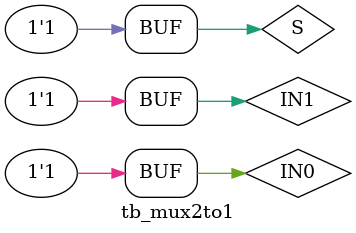
<source format=v>
module tb_mux2to1;
	reg IN0,IN1,S;
	wire out;

	//instantiation
	mux2to1 m1(OUT,IN0,IN1,S);

	//monitoring
	initial
		begin
			$monitor($time,"IN0=%b IN1=%b S=%b OUT=%b",IN0,IN1,S,OUT);
		end

	//gtkwave
	initial
		begin
			$dumpfile("tb_mux2to1.vcd");
			$dumpvars(0,"m1");
		end


	//stimulus
	initial
		begin
			IN0=1'b0;IN1=1'b0;S=1'b0;
			#10 IN0=1'b0;IN1=1'b0;S=1'b1;
			#10 IN0=1'b0;IN1=1'b1;S=1'b0;
			#10 IN0=1'b0;IN1=1'b1;S=1'b1;
			#10 IN0=1'b1;IN1=1'b0;S=1'b0;
			#10 IN0=1'b1;IN1=1'b0;S=1'b1;
			#10 IN0=1'b1;IN1=1'b1;S=1'b0;
			#10 IN0=1'b1;IN1=1'b1;S=1'b1;


		end


endmodule

</source>
